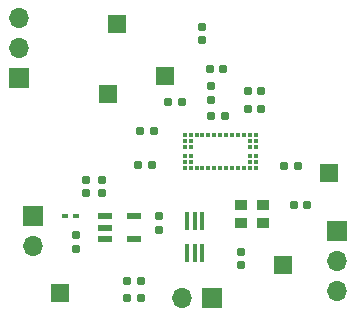
<source format=gbr>
%TF.GenerationSoftware,KiCad,Pcbnew,(6.0.8)*%
%TF.CreationDate,2023-01-31T16:58:12-08:00*%
%TF.ProjectId,Microwave Sensor v2,4d696372-6f77-4617-9665-2053656e736f,rev?*%
%TF.SameCoordinates,Original*%
%TF.FileFunction,Soldermask,Top*%
%TF.FilePolarity,Negative*%
%FSLAX46Y46*%
G04 Gerber Fmt 4.6, Leading zero omitted, Abs format (unit mm)*
G04 Created by KiCad (PCBNEW (6.0.8)) date 2023-01-31 16:58:12*
%MOMM*%
%LPD*%
G01*
G04 APERTURE LIST*
G04 Aperture macros list*
%AMRoundRect*
0 Rectangle with rounded corners*
0 $1 Rounding radius*
0 $2 $3 $4 $5 $6 $7 $8 $9 X,Y pos of 4 corners*
0 Add a 4 corners polygon primitive as box body*
4,1,4,$2,$3,$4,$5,$6,$7,$8,$9,$2,$3,0*
0 Add four circle primitives for the rounded corners*
1,1,$1+$1,$2,$3*
1,1,$1+$1,$4,$5*
1,1,$1+$1,$6,$7*
1,1,$1+$1,$8,$9*
0 Add four rect primitives between the rounded corners*
20,1,$1+$1,$2,$3,$4,$5,0*
20,1,$1+$1,$4,$5,$6,$7,0*
20,1,$1+$1,$6,$7,$8,$9,0*
20,1,$1+$1,$8,$9,$2,$3,0*%
G04 Aperture macros list end*
%ADD10RoundRect,0.155000X0.155000X-0.212500X0.155000X0.212500X-0.155000X0.212500X-0.155000X-0.212500X0*%
%ADD11RoundRect,0.155000X-0.212500X-0.155000X0.212500X-0.155000X0.212500X0.155000X-0.212500X0.155000X0*%
%ADD12R,1.700000X1.700000*%
%ADD13O,1.700000X1.700000*%
%ADD14R,1.500000X1.500000*%
%ADD15R,1.000000X0.950000*%
%ADD16RoundRect,0.155000X-0.155000X0.212500X-0.155000X-0.212500X0.155000X-0.212500X0.155000X0.212500X0*%
%ADD17R,1.200000X0.600000*%
%ADD18RoundRect,0.160000X-0.160000X0.197500X-0.160000X-0.197500X0.160000X-0.197500X0.160000X0.197500X0*%
%ADD19RoundRect,0.160000X-0.197500X-0.160000X0.197500X-0.160000X0.197500X0.160000X-0.197500X0.160000X0*%
%ADD20RoundRect,0.160000X0.197500X0.160000X-0.197500X0.160000X-0.197500X-0.160000X0.197500X-0.160000X0*%
%ADD21C,0.400000*%
%ADD22R,0.400000X1.500000*%
%ADD23R,0.550000X0.400000*%
G04 APERTURE END LIST*
D10*
%TO.C,C15*%
X140400000Y-88867500D03*
X140400000Y-87732500D03*
%TD*%
D11*
%TO.C,C4*%
X134241859Y-94375000D03*
X135376859Y-94375000D03*
%TD*%
D12*
%TO.C,J4*%
X140475000Y-105700000D03*
D13*
X137935000Y-105700000D03*
%TD*%
D14*
%TO.C,TP6*%
X136475000Y-86900000D03*
%TD*%
D15*
%TO.C,Y1*%
X144825000Y-97750000D03*
X142975000Y-97750000D03*
X142975000Y-99300000D03*
X144825000Y-99300000D03*
%TD*%
D16*
%TO.C,C1*%
X131200000Y-95632500D03*
X131200000Y-96767500D03*
%TD*%
D12*
%TO.C,J2*%
X124100000Y-87000000D03*
D13*
X124100000Y-84460000D03*
X124100000Y-81920000D03*
%TD*%
D10*
%TO.C,C14*%
X139600000Y-83851250D03*
X139600000Y-82716250D03*
%TD*%
D11*
%TO.C,C10*%
X140309359Y-86275000D03*
X141444359Y-86275000D03*
%TD*%
D17*
%TO.C,IC1*%
X131400000Y-98750000D03*
X131400000Y-99700000D03*
X131400000Y-100650000D03*
X133900000Y-100650000D03*
X133900000Y-98750000D03*
%TD*%
D16*
%TO.C,C2*%
X129800000Y-95632500D03*
X129800000Y-96767500D03*
%TD*%
D12*
%TO.C,J3*%
X151100000Y-100000000D03*
D13*
X151100000Y-102540000D03*
X151100000Y-105080000D03*
%TD*%
D16*
%TO.C,C3*%
X136000000Y-98732500D03*
X136000000Y-99867500D03*
%TD*%
D11*
%TO.C,C13*%
X143509359Y-89675000D03*
X144644359Y-89675000D03*
%TD*%
D18*
%TO.C,R1*%
X129000000Y-100302500D03*
X129000000Y-101497500D03*
%TD*%
D14*
%TO.C,TP4*%
X131700000Y-88400000D03*
%TD*%
%TO.C,TP2*%
X127600000Y-105200000D03*
%TD*%
D19*
%TO.C,R4*%
X134402500Y-91500000D03*
X135597500Y-91500000D03*
%TD*%
D20*
%TO.C,R8*%
X137972500Y-89100000D03*
X136777500Y-89100000D03*
%TD*%
D14*
%TO.C,TP5*%
X132400000Y-82500000D03*
%TD*%
D20*
%TO.C,R5*%
X134495000Y-105700000D03*
X133300000Y-105700000D03*
%TD*%
D12*
%TO.C,J1*%
X125325000Y-98750000D03*
D13*
X125325000Y-101290000D03*
%TD*%
D14*
%TO.C,TP8*%
X146475000Y-102900000D03*
%TD*%
D11*
%TO.C,C11*%
X140409359Y-90275000D03*
X141544359Y-90275000D03*
%TD*%
D21*
%TO.C,U1*%
X138176859Y-94650000D03*
X138176859Y-94150000D03*
X138176859Y-93650000D03*
X138176859Y-92900000D03*
X138176859Y-92400000D03*
X138176859Y-91900000D03*
X138676859Y-94650000D03*
X138676859Y-94150000D03*
X138676859Y-93650000D03*
X138676859Y-92900000D03*
X138676859Y-92400000D03*
X138676859Y-91900000D03*
X139176859Y-94650000D03*
X139176859Y-91900000D03*
X139676859Y-94650000D03*
X139676859Y-91900000D03*
X140176859Y-94650000D03*
X140176859Y-91900000D03*
X140676859Y-94650000D03*
X140676859Y-91900000D03*
X141176859Y-94650000D03*
X141176859Y-91900000D03*
X141676859Y-94650000D03*
X141676239Y-91900000D03*
X142176859Y-94650000D03*
X142176859Y-91900000D03*
X142676859Y-94650000D03*
X142675000Y-91900000D03*
X143176859Y-94650000D03*
X143174381Y-91900000D03*
X143676859Y-94650000D03*
X143676859Y-94150000D03*
X143676859Y-93650000D03*
X143676859Y-92900000D03*
X143676859Y-92400000D03*
X143676859Y-91900000D03*
X144176859Y-94650000D03*
X144176859Y-94150000D03*
X144176859Y-93650000D03*
X144176859Y-92900000D03*
X144176859Y-92400000D03*
X144173142Y-91900000D03*
%TD*%
D11*
%TO.C,C8*%
X147407500Y-97800000D03*
X148542500Y-97800000D03*
%TD*%
%TO.C,C5*%
X146609359Y-94475000D03*
X147744359Y-94475000D03*
%TD*%
D20*
%TO.C,R6*%
X134497500Y-104200000D03*
X133302500Y-104200000D03*
%TD*%
D11*
%TO.C,C17*%
X143532500Y-88100000D03*
X144667500Y-88100000D03*
%TD*%
D22*
%TO.C,U2*%
X138350000Y-101830000D03*
X139000000Y-101830000D03*
X139650000Y-101830000D03*
X139650000Y-99170000D03*
X139000000Y-99170000D03*
X138350000Y-99170000D03*
%TD*%
D23*
%TO.C,FB1*%
X128050000Y-98700000D03*
X128950000Y-98700000D03*
%TD*%
D10*
%TO.C,C9*%
X142975000Y-102867500D03*
X142975000Y-101732500D03*
%TD*%
D14*
%TO.C,TP3*%
X150375000Y-95100000D03*
%TD*%
M02*

</source>
